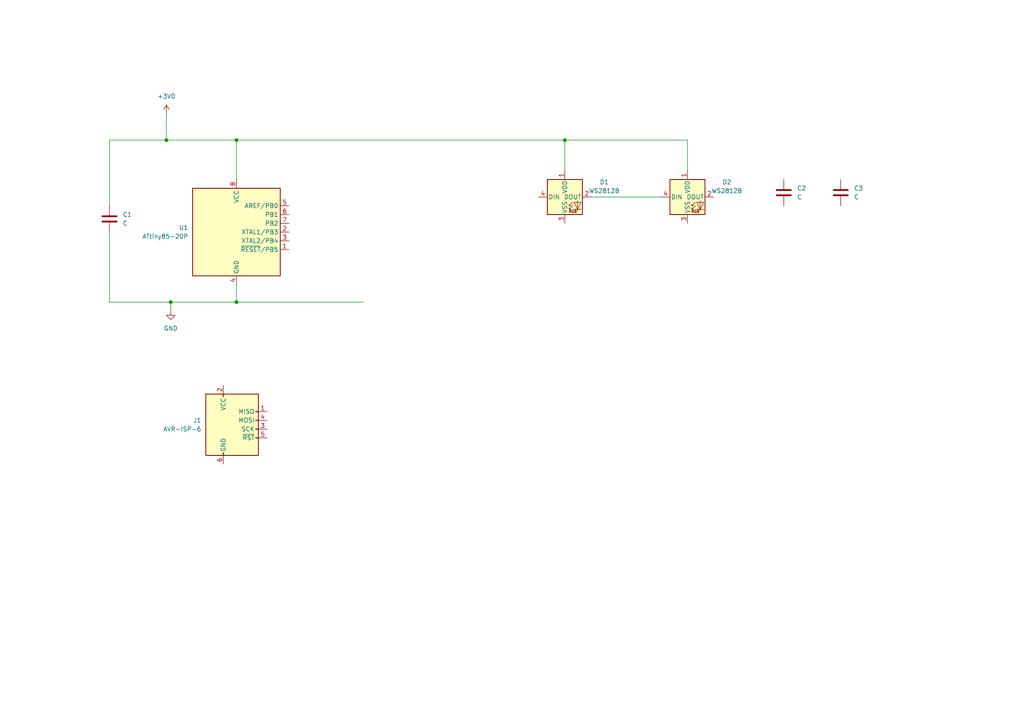
<source format=kicad_sch>
(kicad_sch (version 20230121) (generator eeschema)
  (paper "A4")
  (lib_symbols
    (symbol "Connector:AVR-ISP-6" (pin_names (offset 1.016))
      (property "Reference" "J" (at -6.35 11.43 0))
      (property "Value" "AVR-ISP-6" (at 0 11.43 0))
      (symbol "AVR-ISP-6_0_1"
        (rectangle (start -2.667 -6.858) (end -2.413 -7.62))
        (rectangle (start -2.667 10.16) (end -2.413 9.398))
        (rectangle (start 7.62 -2.413) (end 6.858 -2.667))
        (rectangle (start 7.62 0.127) (end 6.858 -0.127))
        (rectangle (start 7.62 2.667) (end 6.858 2.413))
        (rectangle (start 7.62 5.207) (end 6.858 4.953))
        (rectangle (start 7.62 10.16) (end -7.62 -7.62) (stroke (width 0.254)) (fill (type background)))
      )
      (symbol "AVR-ISP-6_1_1"
        (pin passive line (at 10.16 5.08 180) (length 2.54) (name "MISO") (number "1"))
        (pin passive line (at -2.54 12.7 270) (length 2.54) (name "VCC") (number "2"))
        (pin passive line (at 10.16 0 180) (length 2.54) (name "SCK") (number "3"))
        (pin passive line (at 10.16 2.54 180) (length 2.54) (name "MOSI") (number "4"))
        (pin passive line (at 10.16 -2.54 180) (length 2.54) (name "~{RST}") (number "5"))
        (pin passive line (at -2.54 -10.16 90) (length 2.54) (name "GND") (number "6"))
      )
    )
    (symbol "Device:C" (pin_numbers hide) (pin_names (offset 0.254))
      (property "Reference" "C" (at 0.635 2.54 0))
      (property "Value" "C" (at 0.635 -2.54 0))
      (symbol "C_0_1"
        (polyline (pts (xy -2.032 -0.762) (xy 2.032 -0.762)) (stroke (width 0.508)))
        (polyline (pts (xy -2.032 0.762) (xy 2.032 0.762)) (stroke (width 0.508)))
      )
      (symbol "C_1_1"
        (pin passive line (at 0 3.81 270) (length 2.794) (name "~") (number "1"))
        (pin passive line (at 0 -3.81 90) (length 2.794) (name "~") (number "2"))
      )
    )
    (symbol "LED:WS2812B" (pin_names (offset 0.254))
      (property "Reference" "D" (at 5.08 5.715 0))
      (property "Value" "WS2812B" (at 1.27 -5.715 0))
      (symbol "WS2812B_0_0"
        (text "RGB" (at 2.286 -4.191 0) (effects (font (size 0.762 0.762))))
      )
      (symbol "WS2812B_0_1"
        (polyline (pts (xy 1.27 -3.556) (xy 1.778 -3.556)))
        (polyline (pts (xy 1.27 -2.54) (xy 1.778 -2.54)))
        (polyline (pts (xy 4.699 -3.556) (xy 2.667 -3.556)))
        (polyline (pts (xy 2.286 -2.54) (xy 1.27 -3.556) (xy 1.27 -3.048)))
        (polyline (pts (xy 2.286 -1.524) (xy 1.27 -2.54) (xy 1.27 -2.032)))
        (polyline (pts (xy 3.683 -1.016) (xy 3.683 -3.556) (xy 3.683 -4.064)))
        (polyline (pts (xy 4.699 -1.524) (xy 2.667 -1.524) (xy 3.683 -3.556) (xy 4.699 -1.524)))
        (rectangle (start 5.08 5.08) (end -5.08 -5.08) (stroke (width 0.254)) (fill (type background)))
      )
      (symbol "WS2812B_1_1"
        (pin power_in line (at 0 7.62 270) (length 2.54) (name "VDD") (number "1"))
        (pin output line (at 7.62 0 180) (length 2.54) (name "DOUT") (number "2"))
        (pin power_in line (at 0 -7.62 90) (length 2.54) (name "VSS") (number "3"))
        (pin input line (at -7.62 0 0) (length 2.54) (name "DIN") (number "4"))
      )
    )
    (symbol "MCU_Microchip_ATtiny:ATtiny85-20P"
      (property "Reference" "U" (at -12.7 13.97 0))
      (property "Value" "ATtiny85-20P" (at 2.54 -13.97 0))
      (symbol "ATtiny85-20P_0_1"
        (rectangle (start -12.7 -12.7) (end 12.7 12.7) (stroke (width 0.254)) (fill (type background)))
      )
      (symbol "ATtiny85-20P_1_1"
        (pin bidirectional line (at 15.24 -5.08 180) (length 2.54) (name "~{RESET}/PB5") (number "1"))
        (pin bidirectional line (at 15.24 0 180) (length 2.54) (name "XTAL1/PB3") (number "2"))
        (pin bidirectional line (at 15.24 -2.54 180) (length 2.54) (name "XTAL2/PB4") (number "3"))
        (pin power_in line (at 0 -15.24 90) (length 2.54) (name "GND") (number "4"))
        (pin bidirectional line (at 15.24 7.62 180) (length 2.54) (name "AREF/PB0") (number "5"))
        (pin bidirectional line (at 15.24 5.08 180) (length 2.54) (name "PB1") (number "6"))
        (pin bidirectional line (at 15.24 2.54 180) (length 2.54) (name "PB2") (number "7"))
        (pin power_in line (at 0 15.24 270) (length 2.54) (name "VCC") (number "8"))
      )
    )
    (symbol "power:+3V0" (power) (pin_names (offset 0))
      (property "Value" "+3V0" (at 0 3.556 0))
      (symbol "+3V0_0_1"
        (polyline (pts (xy -0.762 1.27) (xy 0 2.54)))
        (polyline (pts (xy 0 0) (xy 0 2.54)))
        (polyline (pts (xy 0 2.54) (xy 0.762 1.27)))
      )
      (symbol "+3V0_1_1"
        (pin power_in line (at 0 0 90) (length 0) hide (name "+3V0") (number "1"))
      )
    )
    (symbol "power:GND" (power) (pin_names (offset 0))
      (property "Value" "GND" (at 0 -3.81 0))
      (symbol "GND_0_1"
        (polyline (pts (xy 0 0) (xy 0 -1.27) (xy 1.27 -1.27) (xy 0 -2.54) (xy -1.27 -1.27) (xy 0 -1.27)))
      )
      (symbol "GND_1_1"
        (pin power_in line (at 0 0 270) (length 0) hide (name "GND") (number "1"))
      )
    )
  )
  (junction (at 49.53 87.63))
  (junction (at 68.58 40.64))
  (junction (at 163.83 40.64))
  (junction (at 68.58 87.63))
  (junction (at 48.26 40.64))
  (wire (pts (xy 31.75 67.31) (xy 31.75 87.63)))
  (wire (pts (xy 68.58 87.63) (xy 105.41 87.63)))
  (wire (pts (xy 31.75 87.63) (xy 49.53 87.63)))
  (wire (pts (xy 68.58 40.64) (xy 68.58 52.07)))
  (wire (pts (xy 31.75 59.69) (xy 31.75 40.64)))
  (wire (pts (xy 68.58 40.64) (xy 163.83 40.64)))
  (wire (pts (xy 49.53 87.63) (xy 68.58 87.63)))
  (wire (pts (xy 49.53 87.63) (xy 49.53 90.17)))
  (wire (pts (xy 199.39 49.53) (xy 199.39 40.64)))
  (wire (pts (xy 68.58 82.55) (xy 68.58 87.63)))
  (wire (pts (xy 163.83 40.64) (xy 199.39 40.64)))
  (wire (pts (xy 48.26 33.02) (xy 48.26 40.64)))
  (wire (pts (xy 48.26 40.64) (xy 68.58 40.64)))
  (wire (pts (xy 171.45 57.15) (xy 191.77 57.15)))
  (wire (pts (xy 31.75 40.64) (xy 48.26 40.64)))
  (wire (pts (xy 163.83 40.64) (xy 163.83 49.53)))
  (symbol (lib_id "power:+3V0") (at 48.26 33.02 0) (unit 1)
    (property "Reference" "#PWR01" (effects hide))
    (property "Value" "+3V0" (at 48.26 27.94 0))
  )
  (symbol (lib_id "LED:WS2812B") (at 199.39 57.15 0) (unit 1)
    (property "Reference" "D2" (at 210.82 52.8193 0))
    (property "Value" "WS2812B" (at 210.82 55.3593 0))
    (property "Footprint" "LED_SMD:LED_WS2812B_PLCC4_5.0x5.0mm_P3.2mm" (effects hide))
    (property "Datasheet" "https://cdn-shop.adafruit.com/datasheets/WS2812B.pdf" (effects hide))
  )
  (symbol (lib_id "Connector:AVR-ISP-6") (at 67.31 124.46 0) (unit 1)
    (property "Reference" "J1" (at 58.42 121.9199 0) (effects (justify right)))
    (property "Value" "AVR-ISP-6" (at 58.42 124.4599 0) (effects (justify right)))
    (property "Datasheet" " ~" (effects hide))
  )
  (symbol (lib_id "MCU_Microchip_ATtiny:ATtiny85-20P") (at 68.58 67.31 0) (unit 1)
    (property "Reference" "U1" (at 54.61 66.0399 0) (effects (justify right)))
    (property "Value" "ATtiny85-20P" (at 54.61 68.5799 0) (effects (justify right)))
    (property "Footprint" "Package_DIP:DIP-8_W7.62mm" (effects hide))
    (property "Datasheet" "http://ww1.microchip.com/downloads/en/DeviceDoc/atmel-2586-avr-8-bit-microcontroller-attiny25-attiny45-attiny85_datasheet.pdf" (effects hide))
  )
  (symbol (lib_id "Device:C") (at 227.33 55.88 0) (unit 1)
    (property "Reference" "C2" (at 231.14 54.61 0) (effects (justify left)))
    (property "Value" "C" (at 231.14 57.15 0) (effects (justify left)))
  )
  (symbol (lib_id "Device:C") (at 243.84 55.88 0) (unit 1)
    (property "Reference" "C3" (at 247.65 54.61 0) (effects (justify left)))
    (property "Value" "C" (at 247.65 57.15 0) (effects (justify left)))
  )
  (symbol (lib_id "power:GND") (at 49.53 90.17 0) (unit 1)
    (property "Reference" "#PWR02" (effects hide))
    (property "Value" "GND" (at 49.53 95.25 0))
  )
  (symbol (lib_id "LED:WS2812B") (at 163.83 57.15 0) (unit 1)
    (property "Reference" "D1" (at 175.26 52.8193 0))
    (property "Value" "WS2812B" (at 175.26 55.3593 0))
    (property "Footprint" "LED_SMD:LED_WS2812B_PLCC4_5.0x5.0mm_P3.2mm" (effects hide))
    (property "Datasheet" "https://cdn-shop.adafruit.com/datasheets/WS2812B.pdf" (effects hide))
  )
  (symbol (lib_id "Device:C") (at 31.75 63.5 0) (unit 1)
    (property "Reference" "C1" (at 35.56 62.23 0) (effects (justify left)))
    (property "Value" "C" (at 35.56 64.77 0) (effects (justify left)))
  )
)
</source>
